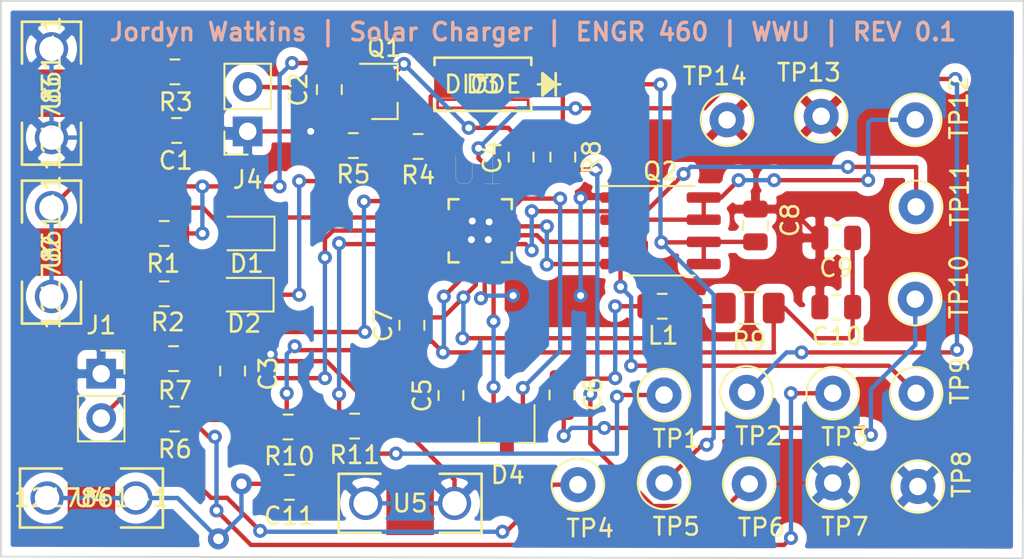
<source format=kicad_pcb>
(kicad_pcb (version 20171130) (host pcbnew "(5.1.5-0)")
  (layers (0 F.Cu signal) (31 B.Cu signal hide) (34 B.Paste user) (35 F.Paste user) (36 B.SilkS user) (37 F.SilkS user) (38 B.Mask user) (39 F.Mask user) (44 Edge.Cuts user))
  (net 0 "")
  (net 1 "Net-(C1-Pad1)")
  (net 2 MPPSET)
  (net 3 "Net-(C2-Pad1)")
  (net 4 "Net-(C3-Pad1)")
  (net 5 VCC)
  (net 6 REGN)
  (net 7 PH)
  (net 8 BTST)
  (net 9 SRN)
  (net 10 SRP)
  (net 11 ToHIDRV)
  (net 12 VFB)
  (net 13 STAT2)
  (net 14 "Net-(D1-Pad2)")
  (net 15 "Net-(D2-Pad2)")
  (net 16 STAT1)
  (net 17 "Net-(J1-Pad2)")
  (net 18 "Net-(J4-Pad2)")
  (net 19 HIDRV)
  (net 20 LODRV)
  (net 21 PGND)
  (net 22 "Net-(U2-Pad1)")
  (net 23 "Net-(U3-Pad1)")
  (net 24 "Net-(U4-Pad1)")
  (net 25 "Net-(U5-Pad1)")
  (module footprintsSpade:1217861-1 (layer F.Cu) (at 180.2892 102.8192 90)
    (fp_text reference U2 (at 0 0 90) (layer F.SilkS))
    (fp_text value 1217861-1 (at 0 0 90) (layer F.SilkS))
    (fp_text user * (at 0 0 90) (layer F.SilkS))
    (pad 3 thru_hole circle (at 2.54 0 90) (size 1.905 1.905) (drill 1.397) (layers *.Cu *.Mask) (net 3 "Net-(C2-Pad1)"))
    (pad 2 thru_hole circle (at -2.54 0 90) (size 1.905 1.905) (drill 1.397) (layers *.Cu *.Mask) (net 3 "Net-(C2-Pad1)"))
    (pad 1 smd rect (at 0 0 90) (size 2.7178 3.6322) (layers F.Cu F.Paste F.Mask) (net 22 "Net-(U2-Pad1)"))
  )
  (module footprintsSpade:1217861-1 (layer F.Cu) (at 180.2892 93.726 90)
    (fp_text reference U3 (at 0 0 90) (layer F.SilkS))
    (fp_text value 1217861-1 (at 0 0 90) (layer F.SilkS))
    (fp_text user * (at 0 0 90) (layer F.SilkS))
    (pad 3 thru_hole circle (at 2.54 0 90) (size 1.905 1.905) (drill 1.397) (layers *.Cu *.Mask) (net 21 PGND))
    (pad 2 thru_hole circle (at -2.54 0 90) (size 1.905 1.905) (drill 1.397) (layers *.Cu *.Mask) (net 21 PGND))
    (pad 1 smd rect (at 0 0 90) (size 2.7178 3.6322) (layers F.Cu F.Paste F.Mask) (net 23 "Net-(U3-Pad1)"))
  )
  (module footprintsSpade:1217861-1 (layer F.Cu) (at 200.8124 117.1956)
    (fp_text reference U5 (at 0 0) (layer F.SilkS))
    (fp_text value 1217861-1 hide)
    (pad 3 thru_hole circle (at 2.54 0) (size 1.905 1.905) (drill 1.397) (layers *.Cu *.Mask) (net 21 PGND))
    (pad 2 thru_hole circle (at -2.54 0) (size 1.905 1.905) (drill 1.397) (layers *.Cu *.Mask) (net 21 PGND))
    (pad 1 smd rect (at 0 0) (size 2.7178 3.6322) (layers F.Cu F.Paste F.Mask) (net 25 "Net-(U5-Pad1)"))
  )
  (module footprintsSpade:1217861-1 (layer F.Cu) (at 182.5752 116.8908)
    (fp_text reference U4 (at 0 0) (layer F.SilkS))
    (fp_text value 1217861-1 (at 0 0) (layer F.SilkS))
    (fp_text user * (at 0 0) (layer F.SilkS))
    (pad 3 thru_hole circle (at 2.54 0) (size 1.905 1.905) (drill 1.397) (layers *.Cu *.Mask) (net 9 SRN))
    (pad 2 thru_hole circle (at -2.54 0) (size 1.905 1.905) (drill 1.397) (layers *.Cu *.Mask) (net 9 SRN))
    (pad 1 smd rect (at 0 0) (size 2.7178 3.6322) (layers F.Cu F.Paste F.Mask) (net 24 "Net-(U4-Pad1)"))
  )
  (module Package_TO_SOT_SMD:SOT-23 (layer F.Cu) (at 206.3496 112.9792 270)
    (fp_text reference D4 (at 2.5908 -0.0508 180) (layer F.SilkS))
    (fp_text value D_Zener hide)
    (pad 3 smd rect (at 1 0 270) (size 0.9 0.8) (layers F.Cu F.Paste F.Mask))
    (pad 2 smd rect (at -1 0.95 270) (size 0.9 0.8) (layers F.Cu F.Paste F.Mask) (net 6 REGN))
    (pad 1 smd rect (at -1 -0.95 270) (size 0.9 0.8) (layers F.Cu F.Paste F.Mask) (net 8 BTST))
  )
  (module Capacitor_SMD:C_0805_2012Metric (layer F.Cu) (at 187.452 95.8596)
    (fp_text reference C1 (at -0.0508 1.7272) (layer F.SilkS))
    (fp_text value 2.2uF hide)
    (pad 1 smd roundrect (at -0.9375 0) (size 0.975 1.4) (layers F.Cu F.Paste F.Mask) (net 1 "Net-(C1-Pad1)"))
    (pad 2 smd roundrect (at 0.9375 0) (size 0.975 1.4) (layers F.Cu F.Paste F.Mask) (net 21 PGND))
  )
  (module Capacitor_SMD:C_0805_2012Metric (layer F.Cu) (at 196.1896 93.5228 270)
    (fp_text reference C2 (at 0 1.778 90) (layer F.SilkS))
    (fp_text value 22pF hide)
    (pad 2 smd roundrect (at 0.9375 0 270) (size 0.975 1.4) (layers F.Cu F.Paste F.Mask) (net 2 MPPSET))
    (pad 1 smd roundrect (at -0.9375 0 270) (size 0.975 1.4) (layers F.Cu F.Paste F.Mask) (net 3 "Net-(C2-Pad1)"))
  )
  (module Capacitor_SMD:C_0805_2012Metric (layer F.Cu) (at 190.6524 109.6264 90)
    (fp_text reference C3 (at -0.1524 2.032 90) (layer F.SilkS))
    (fp_text value 1uF)
    (pad 1 smd roundrect (at -0.9375 0 90) (size 0.975 1.4) (layers F.Cu F.Paste F.Mask) (net 4 "Net-(C3-Pad1)"))
    (pad 2 smd roundrect (at 0.9375 0 90) (size 0.975 1.4) (layers F.Cu F.Paste F.Mask) (net 21 PGND))
  )
  (module Capacitor_SMD:C_0805_2012Metric (layer F.Cu) (at 207.1624 97.3836 90)
    (fp_text reference C4 (at 0 -1.65 90) (layer F.SilkS))
    (fp_text value 1uF hide)
    (pad 1 smd roundrect (at -0.9375 0 90) (size 0.975 1.4) (layers F.Cu F.Paste F.Mask) (net 5 VCC))
    (pad 2 smd roundrect (at 0.9375 0 90) (size 0.975 1.4) (layers F.Cu F.Paste F.Mask) (net 21 PGND))
  )
  (module Capacitor_SMD:C_0805_2012Metric (layer F.Cu) (at 203.1492 111.0257 90)
    (fp_text reference C5 (at 0 -1.65 90) (layer F.SilkS))
    (fp_text value 1uF)
    (pad 2 smd roundrect (at 0.9375 0 90) (size 0.975 1.4) (layers F.Cu F.Paste F.Mask) (net 21 PGND))
    (pad 1 smd roundrect (at -0.9375 0 90) (size 0.975 1.4) (layers F.Cu F.Paste F.Mask) (net 6 REGN))
  )
  (module Capacitor_SMD:C_0805_2012Metric (layer F.Cu) (at 209.4992 110.998 90)
    (fp_text reference C6 (at 0.0508 1.778 90) (layer F.SilkS))
    (fp_text value 0.1uF)
    (pad 1 smd roundrect (at -0.9375 0 90) (size 0.975 1.4) (layers F.Cu F.Paste F.Mask) (net 8 BTST))
    (pad 2 smd roundrect (at 0.9375 0 90) (size 0.975 1.4) (layers F.Cu F.Paste F.Mask) (net 7 PH))
  )
  (module Capacitor_SMD:C_0805_2012Metric (layer F.Cu) (at 200.914 107.0079 90)
    (fp_text reference C7 (at 0 -1.65 90) (layer F.SilkS))
    (fp_text value 0.1uF hide)
    (pad 1 smd roundrect (at -0.9375 0 90) (size 0.975 1.4) (layers F.Cu F.Paste F.Mask) (net 9 SRN))
    (pad 2 smd roundrect (at 0.9375 0 90) (size 0.975 1.4) (layers F.Cu F.Paste F.Mask) (net 10 SRP))
  )
  (module Capacitor_SMD:C_0805_2012Metric (layer F.Cu) (at 220.5736 101.2952 90)
    (fp_text reference C8 (at 0.3048 1.9812 90) (layer F.SilkS))
    (fp_text value 10uF hide)
    (pad 2 smd roundrect (at 0.9375 0 90) (size 0.975 1.4) (layers F.Cu F.Paste F.Mask) (net 21 PGND))
    (pad 1 smd roundrect (at -0.9375 0 90) (size 0.975 1.4) (layers F.Cu F.Paste F.Mask) (net 11 ToHIDRV))
  )
  (module Capacitor_SMD:C_0805_2012Metric (layer F.Cu) (at 225.1964 102.0064)
    (fp_text reference C9 (at 0 1.7272) (layer F.SilkS))
    (fp_text value 2.2uF hide)
    (pad 1 smd roundrect (at -0.9375 0) (size 0.975 1.4) (layers F.Cu F.Paste F.Mask) (net 21 PGND))
    (pad 2 smd roundrect (at 0.9375 0) (size 0.975 1.4) (layers F.Cu F.Paste F.Mask) (net 9 SRN))
  )
  (module Capacitor_SMD:C_0805_2012Metric (layer F.Cu) (at 225.1964 105.9688)
    (fp_text reference C10 (at 0.0508 1.6764) (layer F.SilkS))
    (fp_text value 4.7uF hide)
    (pad 2 smd roundrect (at 0.9375 0) (size 0.975 1.4) (layers F.Cu F.Paste F.Mask) (net 9 SRN))
    (pad 1 smd roundrect (at -0.9375 0) (size 0.975 1.4) (layers F.Cu F.Paste F.Mask) (net 21 PGND))
  )
  (module Capacitor_SMD:C_0805_2012Metric (layer F.Cu) (at 193.9036 116.2812 180)
    (fp_text reference C11 (at 0 -1.65) (layer F.SilkS))
    (fp_text value 22pF)
    (pad 2 smd roundrect (at 0.9375 0 180) (size 0.975 1.4) (layers F.Cu F.Paste F.Mask) (net 9 SRN))
    (pad 1 smd roundrect (at -0.9375 0 180) (size 0.975 1.4) (layers F.Cu F.Paste F.Mask) (net 12 VFB))
  )
  (module Diode_SMD:D_0805_2012Metric (layer F.Cu) (at 191.3636 101.7524 180)
    (fp_text reference D1 (at -0.1016 -1.7272) (layer F.SilkS))
    (fp_text value LED)
    (pad 1 smd roundrect (at -0.9375 0 180) (size 0.975 1.4) (layers F.Cu F.Paste F.Mask) (net 13 STAT2))
    (pad 2 smd roundrect (at 0.9375 0 180) (size 0.975 1.4) (layers F.Cu F.Paste F.Mask) (net 14 "Net-(D1-Pad2)"))
  )
  (module Diode_SMD:D_0805_2012Metric (layer F.Cu) (at 191.3128 105.2576 180)
    (fp_text reference D2 (at 0 -1.65) (layer F.SilkS))
    (fp_text value LED)
    (pad 2 smd roundrect (at 0.9375 0 180) (size 0.975 1.4) (layers F.Cu F.Paste F.Mask) (net 15 "Net-(D2-Pad2)"))
    (pad 1 smd roundrect (at -0.9375 0 180) (size 0.975 1.4) (layers F.Cu F.Paste F.Mask) (net 16 STAT1))
  )
  (module footprintsDiode:CDBA140-G (layer F.Cu) (at 204.978 93.218 180)
    (fp_text reference D3 (at 0 0) (layer F.SilkS))
    (fp_text value DIODE (at 0 0) (layer F.SilkS))
    (fp_text user * (at 0 0) (layer F.SilkS))
    (fp_line (start -0.5588 -0.8763) (end 0.5588 -0.8763) (layer F.Cu) (width 0.1524))
    (fp_line (start 0.5588 -0.8763) (end 0.5588 0.8763) (layer F.Cu) (width 0.1524))
    (fp_line (start 0.5588 0.8763) (end -0.5588 0.8763) (layer F.Cu) (width 0.1524))
    (fp_line (start -0.5588 0.8763) (end -0.5588 -0.8763) (layer F.Cu) (width 0.1524))
    (fp_line (start -2.5908 -1.3462) (end 2.5908 -1.3462) (layer F.Cu) (width 0.1524))
    (fp_line (start 2.5908 -1.3462) (end 2.5908 -0.8763) (layer F.Cu) (width 0.1524))
    (fp_line (start 2.5908 -0.8763) (end -2.5908 -0.8763) (layer F.Cu) (width 0.1524))
    (fp_line (start -2.5908 -0.8763) (end -2.5908 -1.3462) (layer F.Cu) (width 0.1524))
    (fp_line (start -2.5908 0.8763) (end 2.5908 0.8763) (layer F.Cu) (width 0.1524))
    (fp_line (start 2.5908 0.8763) (end 2.5908 1.3462) (layer F.Cu) (width 0.1524))
    (fp_line (start 2.5908 1.3462) (end -2.5908 1.3462) (layer F.Cu) (width 0.1524))
    (fp_line (start -2.5908 1.3462) (end -2.5908 0.8763) (layer F.Cu) (width 0.1524))
    (pad 1 smd rect (at -1.7018 0 270) (size 1.5494 2.1844) (layers F.Cu F.Paste F.Mask) (net 11 ToHIDRV))
    (pad 2 smd rect (at 1.7018 0 270) (size 1.5494 2.1844) (layers F.Cu F.Paste F.Mask) (net 3 "Net-(C2-Pad1)"))
  )
  (module Connector_PinSocket_2.54mm:PinSocket_1x02_P2.54mm_Vertical (layer F.Cu) (at 183.134 109.7788)
    (fp_text reference J1 (at 0 -2.77) (layer F.SilkS))
    (fp_text value Conn_01x02_Female hide)
    (pad 2 thru_hole oval (at 0 2.54) (size 1.7 1.7) (drill 1) (layers *.Cu *.Mask) (net 17 "Net-(J1-Pad2)"))
    (pad 1 thru_hole rect (at 0 0) (size 1.7 1.7) (drill 1) (layers *.Cu *.Mask) (net 21 PGND))
  )
  (module Connector_PinSocket_2.54mm:PinSocket_1x02_P2.54mm_Vertical (layer F.Cu) (at 191.516 95.9104 180)
    (fp_text reference J4 (at 0 -2.77) (layer F.SilkS))
    (fp_text value Conn_01x02_Female hide)
    (pad 1 thru_hole rect (at 0 0 180) (size 1.7 1.7) (drill 1) (layers *.Cu *.Mask) (net 21 PGND))
    (pad 2 thru_hole oval (at 0 2.54 180) (size 1.7 1.7) (drill 1) (layers *.Cu *.Mask) (net 18 "Net-(J4-Pad2)"))
  )
  (module Inductor_SMD:L_0805_2012Metric (layer F.Cu) (at 215.2396 105.918)
    (fp_text reference L1 (at 0.0508 1.6764) (layer F.SilkS))
    (fp_text value 22uH hide)
    (pad 1 smd roundrect (at -0.9375 0) (size 0.975 1.4) (layers F.Cu F.Paste F.Mask) (net 7 PH))
    (pad 2 smd roundrect (at 0.9375 0) (size 0.975 1.4) (layers F.Cu F.Paste F.Mask) (net 10 SRP))
  )
  (module Package_TO_SOT_SMD:SOT-23 (layer F.Cu) (at 199.3392 93.6244)
    (fp_text reference Q1 (at 0 -2.5) (layer F.SilkS))
    (fp_text value 2N7002 hide)
    (pad 1 smd rect (at -1 -0.95) (size 0.9 0.8) (layers F.Cu F.Paste F.Mask) (net 18 "Net-(J4-Pad2)"))
    (pad 2 smd rect (at -1 0.95) (size 0.9 0.8) (layers F.Cu F.Paste F.Mask) (net 21 PGND))
    (pad 3 smd rect (at 1 0) (size 0.9 0.8) (layers F.Cu F.Paste F.Mask) (net 2 MPPSET))
  )
  (module Package_SO:SOIC-8_3.9x4.9mm_P1.27mm (layer F.Cu) (at 215.138 101.6)
    (fp_text reference Q2 (at 0 -3.4) (layer F.SilkS))
    (fp_text value SI7288DP-T1-GE3 hide)
    (pad 1 smd roundrect (at -2.475 -1.905) (size 1.95 0.6) (layers F.Cu F.Paste F.Mask) (net 21 PGND))
    (pad 2 smd roundrect (at -2.475 -0.635) (size 1.95 0.6) (layers F.Cu F.Paste F.Mask) (net 20 LODRV))
    (pad 3 smd roundrect (at -2.475 0.635) (size 1.95 0.6) (layers F.Cu F.Paste F.Mask) (net 7 PH))
    (pad 4 smd roundrect (at -2.475 1.905) (size 1.95 0.6) (layers F.Cu F.Paste F.Mask) (net 19 HIDRV))
    (pad 5 smd roundrect (at 2.475 1.905) (size 1.95 0.6) (layers F.Cu F.Paste F.Mask) (net 11 ToHIDRV))
    (pad 6 smd roundrect (at 2.475 0.635) (size 1.95 0.6) (layers F.Cu F.Paste F.Mask) (net 11 ToHIDRV))
    (pad 7 smd roundrect (at 2.475 -0.635) (size 1.95 0.6) (layers F.Cu F.Paste F.Mask) (net 7 PH))
    (pad 8 smd roundrect (at 2.475 -1.905) (size 1.95 0.6) (layers F.Cu F.Paste F.Mask) (net 7 PH))
  )
  (module Resistor_SMD:R_0805_2012Metric (layer F.Cu) (at 186.7408 101.7524)
    (fp_text reference R1 (at -0.0508 1.7272) (layer F.SilkS))
    (fp_text value 10k)
    (pad 2 smd roundrect (at 0.9375 0) (size 0.975 1.4) (layers F.Cu F.Paste F.Mask) (net 3 "Net-(C2-Pad1)"))
    (pad 1 smd roundrect (at -0.9375 0) (size 0.975 1.4) (layers F.Cu F.Paste F.Mask) (net 14 "Net-(D1-Pad2)"))
  )
  (module Resistor_SMD:R_0805_2012Metric (layer F.Cu) (at 186.7408 105.2068)
    (fp_text reference R2 (at 0.2032 1.6256) (layer F.SilkS))
    (fp_text value 10k)
    (pad 1 smd roundrect (at -0.9375 0) (size 0.975 1.4) (layers F.Cu F.Paste F.Mask) (net 15 "Net-(D2-Pad2)"))
    (pad 2 smd roundrect (at 0.9375 0) (size 0.975 1.4) (layers F.Cu F.Paste F.Mask) (net 3 "Net-(C2-Pad1)"))
  )
  (module Resistor_SMD:R_0805_2012Metric (layer F.Cu) (at 187.3504 92.5068)
    (fp_text reference R3 (at 0.0508 1.7272) (layer F.SilkS))
    (fp_text value 2 hide)
    (pad 2 smd roundrect (at 0.9375 0) (size 0.975 1.4) (layers F.Cu F.Paste F.Mask) (net 1 "Net-(C1-Pad1)"))
    (pad 1 smd roundrect (at -0.9375 0) (size 0.975 1.4) (layers F.Cu F.Paste F.Mask) (net 3 "Net-(C2-Pad1)"))
  )
  (module Resistor_SMD:R_0805_2012Metric (layer F.Cu) (at 201.2696 96.774 180)
    (fp_text reference R4 (at 0 -1.65) (layer F.SilkS))
    (fp_text value 499k hide)
    (pad 1 smd roundrect (at -0.9375 0 180) (size 0.975 1.4) (layers F.Cu F.Paste F.Mask) (net 3 "Net-(C2-Pad1)"))
    (pad 2 smd roundrect (at 0.9375 0 180) (size 0.975 1.4) (layers F.Cu F.Paste F.Mask) (net 2 MPPSET))
  )
  (module Resistor_SMD:R_0805_2012Metric (layer F.Cu) (at 197.5612 96.7232 180)
    (fp_text reference R5 (at 0 -1.65) (layer F.SilkS))
    (fp_text value 76k hide)
    (pad 1 smd roundrect (at -0.9375 0 180) (size 0.975 1.4) (layers F.Cu F.Paste F.Mask) (net 2 MPPSET))
    (pad 2 smd roundrect (at 0.9375 0 180) (size 0.975 1.4) (layers F.Cu F.Paste F.Mask) (net 21 PGND))
  )
  (module Resistor_SMD:R_0805_2012Metric (layer F.Cu) (at 187.3273 112.3696 180)
    (fp_text reference R6 (at -0.0231 -1.7272) (layer F.SilkS))
    (fp_text value 5.23k hide)
    (pad 2 smd roundrect (at 0.9375 0 180) (size 0.975 1.4) (layers F.Cu F.Paste F.Mask) (net 17 "Net-(J1-Pad2)"))
    (pad 1 smd roundrect (at -0.9375 0 180) (size 0.975 1.4) (layers F.Cu F.Paste F.Mask) (net 4 "Net-(C3-Pad1)"))
  )
  (module Resistor_SMD:R_0805_2012Metric (layer F.Cu) (at 187.2765 108.9152)
    (fp_text reference R7 (at 0.0739 1.8288) (layer F.SilkS))
    (fp_text value 30.1k)
    (pad 1 smd roundrect (at -0.9375 0) (size 0.975 1.4) (layers F.Cu F.Paste F.Mask) (net 17 "Net-(J1-Pad2)"))
    (pad 2 smd roundrect (at 0.9375 0) (size 0.975 1.4) (layers F.Cu F.Paste F.Mask) (net 21 PGND))
  )
  (module Resistor_SMD:R_0805_2012Metric (layer F.Cu) (at 209.55 97.3836 270)
    (fp_text reference R8 (at 0 -1.65 90) (layer F.SilkS))
    (fp_text value 10 hide)
    (pad 2 smd roundrect (at 0.9375 0 270) (size 0.975 1.4) (layers F.Cu F.Paste F.Mask) (net 5 VCC))
    (pad 1 smd roundrect (at -0.9375 0 270) (size 0.975 1.4) (layers F.Cu F.Paste F.Mask) (net 11 ToHIDRV))
  )
  (module Resistor_SMD:R_1206_3216Metric (layer F.Cu) (at 220.218 106.0196)
    (fp_text reference R9 (at 0 1.8796) (layer F.SilkS))
    (fp_text value "80m - sense res " hide)
    (pad 1 smd roundrect (at -1.4 0) (size 1.25 1.75) (layers F.Cu F.Paste F.Mask) (roundrect_rratio 0.2) (net 10 SRP))
    (pad 2 smd roundrect (at 1.4 0) (size 1.25 1.75) (layers F.Cu F.Paste F.Mask) (roundrect_rratio 0.2) (net 9 SRN))
  )
  (module Resistor_SMD:R_0805_2012Metric (layer F.Cu) (at 193.8297 112.8268 180)
    (fp_text reference R10 (at -0.0739 -1.6764) (layer F.SilkS))
    (fp_text value 300k hide)
    (pad 2 smd roundrect (at 0.9375 0 180) (size 0.975 1.4) (layers F.Cu F.Paste F.Mask) (net 9 SRN))
    (pad 1 smd roundrect (at -0.9375 0 180) (size 0.975 1.4) (layers F.Cu F.Paste F.Mask) (net 12 VFB))
  )
  (module Resistor_SMD:R_0805_2012Metric (layer F.Cu) (at 197.6397 112.776 180)
    (fp_text reference R11 (at 0 -1.65) (layer F.SilkS))
    (fp_text value 100k hide)
    (pad 1 smd roundrect (at -0.9375 0 180) (size 0.975 1.4) (layers F.Cu F.Paste F.Mask) (net 21 PGND))
    (pad 2 smd roundrect (at 0.9375 0 180) (size 0.975 1.4) (layers F.Cu F.Paste F.Mask) (net 12 VFB))
  )
  (module TestPoint:TestPoint_Loop_D1.80mm_Drill1.0mm_Beaded (layer F.Cu) (at 215.3412 110.998)
    (fp_text reference TP1 (at 0.7 2.5) (layer F.SilkS))
    (fp_text value TestPoint hide)
    (pad 1 thru_hole circle (at 0 0) (size 2 2) (drill 1) (layers *.Cu *.Mask) (net 12 VFB))
  )
  (module TestPoint:TestPoint_Loop_D1.80mm_Drill1.0mm_Beaded (layer F.Cu) (at 220.0656 110.8456)
    (fp_text reference TP2 (at 0.7 2.5) (layer F.SilkS))
    (fp_text value TestPoint hide)
    (pad 1 thru_hole circle (at 0 0) (size 2 2) (drill 1) (layers *.Cu *.Mask) (net 2 MPPSET))
  )
  (module TestPoint:TestPoint_Loop_D1.80mm_Drill1.0mm_Beaded (layer F.Cu) (at 224.9932 110.8964)
    (fp_text reference TP3 (at 0.7 2.5) (layer F.SilkS))
    (fp_text value TestPoint hide)
    (pad 1 thru_hole circle (at 0 0) (size 2 2) (drill 1) (layers *.Cu *.Mask) (net 4 "Net-(C3-Pad1)"))
  )
  (module TestPoint:TestPoint_Loop_D1.80mm_Drill1.0mm_Beaded (layer F.Cu) (at 210.4136 116.1288)
    (fp_text reference TP4 (at 0.7 2.5) (layer F.SilkS))
    (fp_text value TestPoint hide)
    (pad 1 thru_hole circle (at 0 0) (size 2 2) (drill 1) (layers *.Cu *.Mask) (net 17 "Net-(J1-Pad2)"))
  )
  (module TestPoint:TestPoint_Loop_D1.80mm_Drill1.0mm_Beaded (layer F.Cu) (at 215.3412 116.0272)
    (fp_text reference TP5 (at 0.7 2.5) (layer F.SilkS))
    (fp_text value TestPoint hide)
    (pad 1 thru_hole circle (at 0 0) (size 2 2) (drill 1) (layers *.Cu *.Mask) (net 11 ToHIDRV))
  )
  (module TestPoint:TestPoint_Loop_D1.80mm_Drill1.0mm_Beaded (layer F.Cu) (at 220.218 116.078)
    (fp_text reference TP6 (at 0.7 2.5) (layer F.SilkS))
    (fp_text value TestPoint hide)
    (pad 1 thru_hole circle (at 0 0) (size 2 2) (drill 1) (layers *.Cu *.Mask) (net 5 VCC))
  )
  (module TestPoint:TestPoint_Loop_D1.80mm_Drill1.0mm_Beaded (layer F.Cu) (at 224.9932 116.0272)
    (fp_text reference TP7 (at 0.7 2.5) (layer F.SilkS))
    (fp_text value TestPoint hide)
    (pad 1 thru_hole circle (at 0 0) (size 2 2) (drill 1) (layers *.Cu *.Mask) (net 21 PGND))
  )
  (module TestPoint:TestPoint_Loop_D1.80mm_Drill1.0mm_Beaded (layer F.Cu) (at 229.87 116.2304 90)
    (fp_text reference TP8 (at 0.7 2.5 90) (layer F.SilkS))
    (fp_text value TestPoint hide)
    (pad 1 thru_hole circle (at 0 0 90) (size 2 2) (drill 1) (layers *.Cu *.Mask) (net 21 PGND))
  )
  (module TestPoint:TestPoint_Loop_D1.80mm_Drill1.0mm_Beaded (layer F.Cu) (at 229.7684 110.8964 90)
    (fp_text reference TP9 (at 0.7 2.5 90) (layer F.SilkS))
    (fp_text value TestPoint hide)
    (pad 1 thru_hole circle (at 0 0 90) (size 2 2) (drill 1) (layers *.Cu *.Mask) (net 19 HIDRV))
  )
  (module TestPoint:TestPoint_Loop_D1.80mm_Drill1.0mm_Beaded (layer F.Cu) (at 229.7176 105.5116 90)
    (fp_text reference TP10 (at 0.7 2.5 90) (layer F.SilkS))
    (fp_text value TestPoint hide)
    (pad 1 thru_hole circle (at 0 0 90) (size 2 2) (drill 1) (layers *.Cu *.Mask) (net 8 BTST))
  )
  (module TestPoint:TestPoint_Loop_D1.80mm_Drill1.0mm_Beaded (layer F.Cu) (at 229.7684 100.2284 90)
    (fp_text reference TP11 (at 0.7 2.5 90) (layer F.SilkS))
    (fp_text value TestPoint hide)
    (pad 1 thru_hole circle (at 0 0 90) (size 2 2) (drill 1) (layers *.Cu *.Mask) (net 20 LODRV))
  )
  (module TestPoint:TestPoint_Loop_D1.80mm_Drill1.0mm_Beaded (layer F.Cu) (at 229.7176 95.25 90)
    (fp_text reference TP12 (at 0.7 2.5 90) (layer F.SilkS))
    (fp_text value TestPoint hide)
    (pad 1 thru_hole circle (at 0 0 90) (size 2 2) (drill 1) (layers *.Cu *.Mask) (net 7 PH))
  )
  (module TestPoint:TestPoint_Loop_D1.80mm_Drill1.0mm_Beaded (layer F.Cu) (at 224.3328 95.0468 180)
    (fp_text reference TP13 (at 0.7 2.5) (layer F.SilkS))
    (fp_text value TestPoint hide)
    (pad 1 thru_hole circle (at 0 0 180) (size 2 2) (drill 1) (layers *.Cu *.Mask) (net 21 PGND))
  )
  (module TestPoint:TestPoint_Loop_D1.80mm_Drill1.0mm_Beaded (layer F.Cu) (at 218.948 95.25 180)
    (fp_text reference TP14 (at 0.7 2.5) (layer F.SilkS))
    (fp_text value TestPoint hide)
    (pad 1 thru_hole circle (at 0 0 180) (size 2 2) (drill 1) (layers *.Cu *.Mask) (net 21 PGND))
  )
  (module BQ24650:QFN50P350X350X100-17N (layer F.Cu) (at 204.8256 101.6 270)
    (fp_text reference U1 (at -3.4544 0.1524 180) (layer F.SilkS) (effects (font (size 1.640756 1.640756) (thickness 0.015))))
    (fp_text value BQ24650RVAT hide)
    (pad 1 smd rect (at -1.7018 -0.762 270) (size 0.8128 0.3048) (layers F.Cu F.Paste F.Mask) (net 5 VCC))
    (pad 2 smd rect (at -1.7018 -0.254 270) (size 0.8128 0.3048) (layers F.Cu F.Paste F.Mask) (net 2 MPPSET))
    (pad 3 smd rect (at -1.7018 0.254 270) (size 0.8128 0.3048) (layers F.Cu F.Paste F.Mask) (net 16 STAT1))
    (pad 4 smd rect (at -1.7018 0.762 270) (size 0.8128 0.3048) (layers F.Cu F.Paste F.Mask) (net 17 "Net-(J1-Pad2)"))
    (pad 5 smd rect (at -0.762 1.7018 270) (size 0.3048 0.8128) (layers F.Cu F.Paste F.Mask) (net 13 STAT2))
    (pad 6 smd rect (at -0.254 1.7018 270) (size 0.3048 0.8128) (layers F.Cu F.Paste F.Mask) (net 4 "Net-(C3-Pad1)"))
    (pad 7 smd rect (at 0.254 1.7018 270) (size 0.3048 0.8128) (layers F.Cu F.Paste F.Mask) (net 4 "Net-(C3-Pad1)"))
    (pad 8 smd rect (at 0.762 1.7018 270) (size 0.3048 0.8128) (layers F.Cu F.Paste F.Mask) (net 12 VFB))
    (pad 9 smd rect (at 1.7018 0.762 270) (size 0.8128 0.3048) (layers F.Cu F.Paste F.Mask) (net 9 SRN))
    (pad 10 smd rect (at 1.7018 0.254 270) (size 0.8128 0.3048) (layers F.Cu F.Paste F.Mask) (net 10 SRP))
    (pad 11 smd rect (at 1.7018 -0.254 270) (size 0.8128 0.3048) (layers F.Cu F.Paste F.Mask) (net 21 PGND))
    (pad 12 smd rect (at 1.7018 -0.762 270) (size 0.8128 0.3048) (layers F.Cu F.Paste F.Mask) (net 6 REGN))
    (pad 13 smd rect (at 0.762 -1.7018 270) (size 0.3048 0.8128) (layers F.Cu F.Paste F.Mask) (net 20 LODRV))
    (pad 14 smd rect (at 0.254 -1.7018 270) (size 0.3048 0.8128) (layers F.Cu F.Paste F.Mask) (net 7 PH))
    (pad 15 smd rect (at -0.254 -1.7018 270) (size 0.3048 0.8128) (layers F.Cu F.Paste F.Mask) (net 19 HIDRV))
    (pad 16 smd rect (at -0.762 -1.7018 270) (size 0.3048 0.8128) (layers F.Cu F.Paste F.Mask) (net 8 BTST))
    (pad 17 smd rect (at 0 0 270) (size 2.032 2.032) (layers F.Cu F.Paste F.Mask) (net 21 PGND))
  )
  (gr_text "Jordyn Watkins | Solar Charger | ENGR 460 | WWU | REV 0.1 " (at 208.2292 90.2208) (layer B.SilkS) (effects (font (size 1 1) (thickness 0.2))))
  (gr_line (start 235.9152 88.4428) (end 235.8644 120.3452) (layer Edge.Cuts) (width 0.1))
  (gr_line (start 177.3936 88.4428) (end 235.9152 88.4428) (layer Edge.Cuts) (width 0.1))
  (gr_line (start 177.3936 120.2436) (end 177.3936 88.4428) (layer Edge.Cuts) (width 0.1))
  (gr_line (start 235.8644 120.3452) (end 177.3936 120.2436) (layer Edge.Cuts) (width 0.1))
  (segment (start 186.5145 94.2802) (end 186.5145 95.8596) (width 0.25) (layer F.Cu) (net 1))
  (segment (start 188.2879 92.5068) (end 186.5145 94.2802) (width 0.25) (layer F.Cu) (net 1))
  (segment (start 200.3392 96.7669) (end 200.3321 96.774) (width 0.25) (layer F.Cu) (net 2))
  (segment (start 200.3392 93.6244) (end 200.3392 96.7669) (width 0.25) (layer F.Cu) (net 2))
  (segment (start 200.2813 96.7232) (end 200.3321 96.774) (width 0.25) (layer F.Cu) (net 2))
  (segment (start 198.4987 96.7232) (end 200.2813 96.7232) (width 0.25) (layer F.Cu) (net 2))
  (segment (start 200.3321 96.774) (end 200.3321 98.2749) (width 0.25) (layer F.Cu) (net 2))
  (segment (start 200.3321 98.2749) (end 200.3552 98.298) (width 0.25) (layer F.Cu) (net 2))
  (segment (start 200.3552 98.298) (end 205.0796 98.298) (width 0.25) (layer F.Cu) (net 2))
  (segment (start 205.0796 99.2124) (end 205.0796 99.8982) (width 0.25) (layer F.Cu) (net 2))
  (segment (start 205.0796 98.298) (end 205.0796 99.2124) (width 0.25) (layer F.Cu) (net 2))
  (segment (start 198.4525 96.7232) (end 198.4987 96.7232) (width 0.25) (layer F.Cu) (net 2))
  (segment (start 196.1896 94.4603) (end 198.4525 96.7232) (width 0.25) (layer F.Cu) (net 2))
  (via (at 223.2152 108.5596) (size 0.8) (drill 0.4) (layers F.Cu B.Cu) (net 2))
  (segment (start 222.3516 108.5596) (end 223.2152 108.5596) (width 0.25) (layer B.Cu) (net 2))
  (segment (start 220.0656 110.8456) (end 222.3516 108.5596) (width 0.25) (layer B.Cu) (net 2))
  (via (at 232.1052 108.4072) (size 0.8) (drill 0.4) (layers F.Cu B.Cu) (net 2))
  (segment (start 231.9528 108.5596) (end 232.1052 108.4072) (width 0.25) (layer F.Cu) (net 2))
  (segment (start 223.2152 108.5596) (end 231.9528 108.5596) (width 0.25) (layer F.Cu) (net 2))
  (segment (start 232.1052 93.0148) (end 232.0036 92.9132) (width 0.25) (layer B.Cu) (net 2))
  (via (at 232.0036 92.9132) (size 0.8) (drill 0.4) (layers F.Cu B.Cu) (net 2))
  (segment (start 232.1052 108.4072) (end 232.1052 93.0148) (width 0.25) (layer B.Cu) (net 2))
  (segment (start 217.647398 94.5896) (end 210.275 94.5896) (width 0.25) (layer F.Cu) (net 2))
  (segment (start 219.323798 92.9132) (end 217.647398 94.5896) (width 0.25) (layer F.Cu) (net 2))
  (via (at 210.275 94.5896) (size 0.8) (drill 0.4) (layers F.Cu B.Cu) (net 2))
  (segment (start 232.0036 92.9132) (end 219.323798 92.9132) (width 0.25) (layer F.Cu) (net 2))
  (via (at 204.724 96.8756) (size 0.8) (drill 0.4) (layers F.Cu B.Cu) (net 2))
  (segment (start 207.01 94.5896) (end 204.724 96.8756) (width 0.25) (layer B.Cu) (net 2))
  (segment (start 210.275 94.5896) (end 207.01 94.5896) (width 0.25) (layer B.Cu) (net 2))
  (segment (start 205.0796 97.796885) (end 205.0796 98.298) (width 0.25) (layer F.Cu) (net 2))
  (segment (start 204.724 97.441285) (end 205.0796 97.796885) (width 0.25) (layer F.Cu) (net 2))
  (segment (start 204.724 96.8756) (end 204.724 97.441285) (width 0.25) (layer F.Cu) (net 2))
  (segment (start 187.6783 101.7524) (end 187.6783 105.2068) (width 0.25) (layer F.Cu) (net 3))
  (segment (start 186.4129 92.5068) (end 185.5493 93.3704) (width 0.25) (layer F.Cu) (net 3))
  (via (at 188.9252 101.7524) (size 0.8) (drill 0.4) (layers F.Cu B.Cu) (net 3))
  (segment (start 187.6783 101.7524) (end 188.9252 101.7524) (width 0.25) (layer F.Cu) (net 3))
  (via (at 188.9252 99.06) (size 0.8) (drill 0.4) (layers F.Cu B.Cu) (net 3))
  (segment (start 188.9252 101.7524) (end 188.9252 99.06) (width 0.25) (layer B.Cu) (net 3))
  (segment (start 188.9252 99.06) (end 185.42 99.06) (width 0.25) (layer F.Cu) (net 3))
  (segment (start 185.42 93.4212) (end 185.3692 93.3704) (width 0.25) (layer F.Cu) (net 3))
  (segment (start 185.42 99.06) (end 185.42 93.4212) (width 0.25) (layer F.Cu) (net 3))
  (segment (start 185.3692 93.3704) (end 183.1848 93.3704) (width 0.25) (layer F.Cu) (net 3))
  (segment (start 185.5493 93.3704) (end 185.3692 93.3704) (width 0.25) (layer F.Cu) (net 3))
  (segment (start 196.1896 92.5853) (end 196.1896 91.7448) (width 0.25) (layer F.Cu) (net 3))
  (segment (start 196.1896 91.7448) (end 196.6976 91.2368) (width 0.25) (layer F.Cu) (net 3))
  (segment (start 196.6976 91.2368) (end 201.5236 91.2368) (width 0.25) (layer F.Cu) (net 3))
  (via (at 193.3448 99.06) (size 0.8) (drill 0.4) (layers F.Cu B.Cu) (net 3))
  (segment (start 188.9252 99.06) (end 193.3448 99.06) (width 0.25) (layer F.Cu) (net 3))
  (via (at 194.056 91.9988) (size 0.8) (drill 0.4) (layers F.Cu B.Cu) (net 3))
  (segment (start 193.3448 92.71) (end 194.056 91.9988) (width 0.25) (layer B.Cu) (net 3))
  (segment (start 193.3448 99.06) (end 193.3448 92.71) (width 0.25) (layer B.Cu) (net 3))
  (segment (start 195.6031 91.9988) (end 196.1896 92.5853) (width 0.25) (layer F.Cu) (net 3))
  (segment (start 194.056 91.9988) (end 195.6031 91.9988) (width 0.25) (layer F.Cu) (net 3))
  (segment (start 183.1848 97.3836) (end 180.2892 100.2792) (width 0.25) (layer F.Cu) (net 3))
  (segment (start 183.1848 93.3704) (end 183.1848 97.3836) (width 0.25) (layer F.Cu) (net 3))
  (segment (start 180.2892 101.626238) (end 180.2892 105.3592) (width 0.25) (layer B.Cu) (net 3))
  (segment (start 180.2892 100.2792) (end 180.2892 101.626238) (width 0.25) (layer B.Cu) (net 3))
  (segment (start 202.2071 96.074) (end 202.2071 96.774) (width 0.25) (layer F.Cu) (net 3))
  (segment (start 202.2071 95.59192) (end 202.2071 96.074) (width 0.25) (layer F.Cu) (net 3))
  (segment (start 201.98599 95.37081) (end 202.2071 95.59192) (width 0.25) (layer F.Cu) (net 3))
  (segment (start 201.98599 93.928114) (end 201.98599 95.37081) (width 0.25) (layer F.Cu) (net 3))
  (segment (start 202.696104 93.218) (end 201.98599 93.928114) (width 0.25) (layer F.Cu) (net 3))
  (segment (start 203.2762 93.218) (end 202.696104 93.218) (width 0.25) (layer F.Cu) (net 3))
  (segment (start 201.5236 92.045496) (end 202.696104 93.218) (width 0.25) (layer F.Cu) (net 3))
  (segment (start 201.5236 91.2368) (end 201.5236 92.045496) (width 0.25) (layer F.Cu) (net 3))
  (segment (start 188.7523 112.3696) (end 188.8031 112.4204) (width 0.25) (layer F.Cu) (net 4))
  (segment (start 188.2648 112.3696) (end 188.7523 112.3696) (width 0.25) (layer F.Cu) (net 4))
  (segment (start 188.8031 112.4204) (end 190.6016 112.4204) (width 0.25) (layer F.Cu) (net 4))
  (segment (start 190.6524 112.3696) (end 190.6524 110.5639) (width 0.25) (layer F.Cu) (net 4))
  (segment (start 190.6016 112.4204) (end 190.6524 112.3696) (width 0.25) (layer F.Cu) (net 4))
  (segment (start 196.400399 101.586199) (end 195.9356 102.050998) (width 0.25) (layer F.Cu) (net 4))
  (segment (start 202.199599 101.586199) (end 196.400399 101.586199) (width 0.25) (layer F.Cu) (net 4))
  (segment (start 195.9356 102.050998) (end 195.9356 103.124) (width 0.25) (layer F.Cu) (net 4))
  (via (at 195.9356 103.124) (size 0.8) (drill 0.4) (layers F.Cu B.Cu) (net 4))
  (segment (start 202.4674 101.854) (end 202.199599 101.586199) (width 0.25) (layer F.Cu) (net 4))
  (segment (start 203.1238 101.854) (end 202.4674 101.854) (width 0.25) (layer F.Cu) (net 4))
  (via (at 195.9356 110.0328) (size 0.8) (drill 0.4) (layers F.Cu B.Cu) (net 4))
  (segment (start 195.9356 103.124) (end 195.9356 110.0328) (width 0.25) (layer B.Cu) (net 4))
  (segment (start 191.1835 110.0328) (end 190.6524 110.5639) (width 0.25) (layer F.Cu) (net 4))
  (segment (start 195.9356 110.0328) (end 191.1835 110.0328) (width 0.25) (layer F.Cu) (net 4))
  (segment (start 203.1238 101.346) (end 203.1238 101.854) (width 0.25) (layer F.Cu) (net 4))
  (via (at 222.6056 110.8964) (size 0.8) (drill 0.4) (layers F.Cu B.Cu) (net 4))
  (segment (start 224.9932 110.8964) (end 222.6056 110.8964) (width 0.25) (layer F.Cu) (net 4))
  (via (at 222.6056 119.1768) (size 0.8) (drill 0.4) (layers F.Cu B.Cu) (net 4))
  (segment (start 222.6056 110.8964) (end 222.6056 119.1768) (width 0.25) (layer B.Cu) (net 4))
  (via (at 189.733347 117.606653) (size 0.8) (drill 0.4) (layers F.Cu B.Cu) (net 4))
  (segment (start 191.703493 119.576799) (end 189.733347 117.606653) (width 0.25) (layer F.Cu) (net 4))
  (segment (start 222.205601 119.576799) (end 191.703493 119.576799) (width 0.25) (layer F.Cu) (net 4))
  (segment (start 222.6056 119.1768) (end 222.205601 119.576799) (width 0.25) (layer F.Cu) (net 4))
  (via (at 189.6364 113.3856) (size 0.8) (drill 0.4) (layers F.Cu B.Cu) (net 4))
  (segment (start 189.733347 113.482547) (end 189.6364 113.3856) (width 0.25) (layer B.Cu) (net 4))
  (segment (start 189.733347 117.606653) (end 189.733347 113.482547) (width 0.25) (layer B.Cu) (net 4))
  (segment (start 189.2808 113.3856) (end 188.2648 112.3696) (width 0.25) (layer F.Cu) (net 4))
  (segment (start 189.6364 113.3856) (end 189.2808 113.3856) (width 0.25) (layer F.Cu) (net 4))
  (segment (start 207.1624 98.3234) (end 205.5876 99.8982) (width 0.25) (layer F.Cu) (net 5))
  (segment (start 207.1624 98.3211) (end 207.1624 98.3234) (width 0.25) (layer F.Cu) (net 5))
  (segment (start 207.1624 98.3211) (end 209.55 98.3211) (width 0.25) (layer F.Cu) (net 5))
  (segment (start 211.1248 113.771802) (end 211.1248 110.9472) (width 0.25) (layer F.Cu) (net 5))
  (via (at 211.1248 110.9472) (size 0.8) (drill 0.4) (layers F.Cu B.Cu) (net 5))
  (segment (start 214.705199 117.352201) (end 211.1248 113.771802) (width 0.25) (layer F.Cu) (net 5))
  (segment (start 218.943799 117.352201) (end 214.705199 117.352201) (width 0.25) (layer F.Cu) (net 5))
  (segment (start 220.218 116.078) (end 218.943799 117.352201) (width 0.25) (layer F.Cu) (net 5))
  (via (at 211.4296 98.0948) (size 0.8) (drill 0.4) (layers F.Cu B.Cu) (net 5))
  (segment (start 211.524799 98.189999) (end 211.4296 98.0948) (width 0.25) (layer B.Cu) (net 5))
  (segment (start 211.524799 110.547201) (end 211.524799 98.189999) (width 0.25) (layer B.Cu) (net 5))
  (segment (start 211.1248 110.9472) (end 211.524799 110.547201) (width 0.25) (layer B.Cu) (net 5))
  (segment (start 209.7763 98.0948) (end 209.55 98.3211) (width 0.25) (layer F.Cu) (net 5))
  (segment (start 211.4296 98.0948) (end 209.7763 98.0948) (width 0.25) (layer F.Cu) (net 5))
  (segment (start 203.1652 111.9792) (end 203.1492 111.9632) (width 0.25) (layer F.Cu) (net 6))
  (segment (start 205.3996 111.9792) (end 203.1652 111.9792) (width 0.25) (layer F.Cu) (net 6))
  (via (at 205.5876 106.7816) (size 0.8) (drill 0.4) (layers F.Cu B.Cu) (net 6))
  (segment (start 205.5876 103.3018) (end 205.5876 106.7816) (width 0.25) (layer F.Cu) (net 6))
  (via (at 205.5876 110.5408) (size 0.8) (drill 0.4) (layers F.Cu B.Cu) (net 6))
  (segment (start 205.5876 106.7816) (end 205.5876 110.5408) (width 0.25) (layer B.Cu) (net 6))
  (segment (start 205.5876 111.7912) (end 205.3996 111.9792) (width 0.25) (layer F.Cu) (net 6))
  (segment (start 205.5876 110.5408) (end 205.5876 111.7912) (width 0.25) (layer F.Cu) (net 6))
  (segment (start 217.613 99.695) (end 217.613 100.965) (width 0.25) (layer F.Cu) (net 7))
  (segment (start 212.663 102.235) (end 213.3346 102.235) (width 0.25) (layer F.Cu) (net 7))
  (segment (start 213.3346 102.235) (end 213.36 102.2096) (width 0.25) (layer F.Cu) (net 7))
  (segment (start 213.36 102.2096) (end 214.2236 102.2096) (width 0.25) (layer F.Cu) (net 7))
  (segment (start 214.3021 102.2881) (end 214.3021 105.918) (width 0.25) (layer F.Cu) (net 7))
  (segment (start 214.2236 102.2096) (end 214.3021 102.2881) (width 0.25) (layer F.Cu) (net 7))
  (segment (start 217.613 100.965) (end 214.2998 100.965) (width 0.25) (layer F.Cu) (net 7))
  (segment (start 214.2236 101.0412) (end 214.2236 102.2096) (width 0.25) (layer F.Cu) (net 7))
  (segment (start 214.2998 100.965) (end 214.2236 101.0412) (width 0.25) (layer F.Cu) (net 7))
  (segment (start 211.688 102.235) (end 212.663 102.235) (width 0.25) (layer F.Cu) (net 7))
  (segment (start 208.070598 101.854) (end 208.451598 102.235) (width 0.25) (layer F.Cu) (net 7))
  (segment (start 208.451598 102.235) (end 211.688 102.235) (width 0.25) (layer F.Cu) (net 7))
  (segment (start 206.5274 101.854) (end 208.070598 101.854) (width 0.25) (layer F.Cu) (net 7))
  (via (at 212.5472 110.0328) (size 0.8) (drill 0.4) (layers F.Cu B.Cu) (net 7))
  (segment (start 212.5195 110.0605) (end 212.5472 110.0328) (width 0.25) (layer F.Cu) (net 7))
  (segment (start 209.4992 110.0605) (end 212.5195 110.0605) (width 0.25) (layer F.Cu) (net 7))
  (via (at 212.5472 105.918) (size 0.8) (drill 0.4) (layers F.Cu B.Cu) (net 7))
  (segment (start 212.5472 110.0328) (end 212.5472 105.918) (width 0.25) (layer B.Cu) (net 7))
  (segment (start 212.5472 105.918) (end 214.3021 105.918) (width 0.25) (layer F.Cu) (net 7))
  (via (at 219.6084 98.7044) (size 0.8) (drill 0.4) (layers F.Cu B.Cu) (net 7))
  (segment (start 218.6178 99.695) (end 219.6084 98.7044) (width 0.25) (layer F.Cu) (net 7))
  (segment (start 217.613 99.695) (end 218.6178 99.695) (width 0.25) (layer F.Cu) (net 7))
  (via (at 221.6404 98.7044) (size 0.8) (drill 0.4) (layers F.Cu B.Cu) (net 7))
  (segment (start 219.6084 98.7044) (end 221.6404 98.7044) (width 0.25) (layer B.Cu) (net 7))
  (via (at 227.0252 98.7044) (size 0.8) (drill 0.4) (layers F.Cu B.Cu) (net 7))
  (segment (start 221.6404 98.7044) (end 227.0252 98.7044) (width 0.25) (layer F.Cu) (net 7))
  (segment (start 227.0252 98.7044) (end 227.0252 95.4024) (width 0.25) (layer B.Cu) (net 7))
  (segment (start 227.1776 95.25) (end 229.7176 95.25) (width 0.25) (layer B.Cu) (net 7))
  (segment (start 227.0252 95.4024) (end 227.1776 95.25) (width 0.25) (layer B.Cu) (net 7))
  (segment (start 209.4555 111.9792) (end 209.4992 111.9355) (width 0.25) (layer F.Cu) (net 8))
  (segment (start 207.2996 111.9792) (end 209.4555 111.9792) (width 0.25) (layer F.Cu) (net 8))
  (via (at 209.3976 99.7574) (size 0.8) (drill 0.4) (layers F.Cu B.Cu) (net 8))
  (segment (start 207.2056 99.7574) (end 209.3976 99.7574) (width 0.25) (layer F.Cu) (net 8))
  (segment (start 206.5274 100.4356) (end 207.2056 99.7574) (width 0.25) (layer F.Cu) (net 8))
  (segment (start 206.5274 100.838) (end 206.5274 100.4356) (width 0.25) (layer F.Cu) (net 8))
  (via (at 207.264 110.5916) (size 0.8) (drill 0.4) (layers F.Cu B.Cu) (net 8))
  (segment (start 209.3976 108.458) (end 207.264 110.5916) (width 0.25) (layer B.Cu) (net 8))
  (segment (start 209.3976 99.7574) (end 209.3976 108.458) (width 0.25) (layer B.Cu) (net 8))
  (segment (start 207.264 111.9436) (end 207.2996 111.9792) (width 0.25) (layer F.Cu) (net 8))
  (segment (start 207.264 110.5916) (end 207.264 111.9436) (width 0.25) (layer F.Cu) (net 8))
  (segment (start 229.7176 108.133002) (end 227.1776 110.673002) (width 0.25) (layer B.Cu) (net 8))
  (segment (start 229.7176 105.5116) (end 229.7176 108.133002) (width 0.25) (layer B.Cu) (net 8))
  (segment (start 227.1776 110.673002) (end 227.1776 113.284) (width 0.25) (layer B.Cu) (net 8))
  (via (at 227.1776 113.284) (size 0.8) (drill 0.4) (layers F.Cu B.Cu) (net 8))
  (via (at 211.9238 112.8776) (size 0.8) (drill 0.4) (layers F.Cu B.Cu) (net 8))
  (segment (start 226.7712 112.8776) (end 211.9238 112.8776) (width 0.25) (layer F.Cu) (net 8))
  (segment (start 227.1776 113.284) (end 226.7712 112.8776) (width 0.25) (layer F.Cu) (net 8))
  (via (at 209.6008 113.3348) (size 0.8) (drill 0.4) (layers F.Cu B.Cu) (net 8))
  (segment (start 210.058 112.8776) (end 209.6008 113.3348) (width 0.25) (layer B.Cu) (net 8))
  (segment (start 211.9238 112.8776) (end 210.058 112.8776) (width 0.25) (layer B.Cu) (net 8))
  (segment (start 209.6008 112.0371) (end 209.4992 111.9355) (width 0.25) (layer F.Cu) (net 8))
  (segment (start 209.6008 113.3348) (end 209.6008 112.0371) (width 0.25) (layer F.Cu) (net 8))
  (segment (start 226.1339 102.7064) (end 226.1339 105.9688) (width 0.25) (layer F.Cu) (net 9))
  (segment (start 226.1339 102.0064) (end 226.1339 102.7064) (width 0.25) (layer F.Cu) (net 9))
  (segment (start 226.0092 107.7468) (end 226.1339 107.6221) (width 0.25) (layer F.Cu) (net 9))
  (segment (start 223.9702 107.7468) (end 226.0092 107.7468) (width 0.25) (layer F.Cu) (net 9))
  (segment (start 222.243 106.0196) (end 223.9702 107.7468) (width 0.25) (layer F.Cu) (net 9))
  (segment (start 226.1339 107.6221) (end 226.1339 105.9688) (width 0.25) (layer F.Cu) (net 9))
  (segment (start 221.618 106.0196) (end 222.243 106.0196) (width 0.25) (layer F.Cu) (net 9))
  (via (at 202.7428 105.3592) (size 0.8) (drill 0.4) (layers F.Cu B.Cu) (net 9))
  (segment (start 204.0636 104.0384) (end 202.7428 105.3592) (width 0.25) (layer F.Cu) (net 9))
  (segment (start 204.0636 103.3018) (end 204.0636 104.0384) (width 0.25) (layer F.Cu) (net 9))
  (via (at 202.692 108.5596) (size 0.8) (drill 0.4) (layers F.Cu B.Cu) (net 9))
  (segment (start 202.7428 108.5088) (end 202.692 108.5596) (width 0.25) (layer B.Cu) (net 9))
  (segment (start 202.7428 105.3592) (end 202.7428 108.5088) (width 0.25) (layer B.Cu) (net 9))
  (segment (start 202.692 108.5596) (end 221.6404 108.5596) (width 0.25) (layer F.Cu) (net 9))
  (segment (start 221.618 108.5372) (end 221.618 106.0196) (width 0.25) (layer F.Cu) (net 9))
  (segment (start 221.6404 108.5596) (end 221.618 108.5372) (width 0.25) (layer F.Cu) (net 9))
  (segment (start 202.0778 107.9454) (end 202.692 108.5596) (width 0.25) (layer F.Cu) (net 9))
  (segment (start 200.914 107.9454) (end 202.0778 107.9454) (width 0.25) (layer F.Cu) (net 9))
  (segment (start 192.8922 116.2073) (end 192.9661 116.2812) (width 0.25) (layer F.Cu) (net 9))
  (segment (start 192.8922 112.8268) (end 192.8922 116.2073) (width 0.25) (layer F.Cu) (net 9))
  (segment (start 194.435327 108.430927) (end 194.2084 108.204) (width 0.25) (layer F.Cu) (net 9))
  (segment (start 200.428473 108.430927) (end 194.435327 108.430927) (width 0.25) (layer F.Cu) (net 9))
  (via (at 194.2084 108.204) (size 0.8) (drill 0.4) (layers F.Cu B.Cu) (net 9))
  (segment (start 200.914 107.9454) (end 200.428473 108.430927) (width 0.25) (layer F.Cu) (net 9))
  (segment (start 193.7512 108.6612) (end 193.7512 110.8964) (width 0.25) (layer B.Cu) (net 9))
  (via (at 193.7512 110.8964) (size 0.8) (drill 0.4) (layers F.Cu B.Cu) (net 9))
  (segment (start 194.2084 108.204) (end 193.7512 108.6612) (width 0.25) (layer B.Cu) (net 9))
  (segment (start 193.7512 111.9678) (end 192.8922 112.8268) (width 0.25) (layer F.Cu) (net 9))
  (segment (start 193.7512 110.8964) (end 193.7512 111.9678) (width 0.25) (layer F.Cu) (net 9))
  (segment (start 186.7916 116.8908) (end 185.1152 116.8908) (width 0.25) (layer B.Cu) (net 9))
  (segment (start 180.0352 116.8908) (end 185.1152 116.8908) (width 0.25) (layer B.Cu) (net 9))
  (segment (start 186.7916 116.8908) (end 187.5028 116.8908) (width 0.25) (layer B.Cu) (net 9))
  (segment (start 187.5028 116.8908) (end 189.8396 119.2276) (width 0.25) (layer B.Cu) (net 9))
  (segment (start 189.8396 119.2276) (end 189.8396 119.2276) (width 0.25) (layer B.Cu) (net 9))
  (via (at 189.8396 119.2276) (size 1.2) (drill 0.6) (layers F.Cu B.Cu) (net 9))
  (segment (start 191.1604 117.9068) (end 191.1604 116.078) (width 0.25) (layer B.Cu) (net 9))
  (via (at 191.1604 116.078) (size 1.2) (drill 0.6) (layers F.Cu B.Cu) (net 9))
  (segment (start 189.8396 119.2276) (end 191.1604 117.9068) (width 0.25) (layer B.Cu) (net 9))
  (segment (start 192.7629 116.078) (end 192.9661 116.2812) (width 0.25) (layer F.Cu) (net 9))
  (segment (start 191.1604 116.078) (end 192.7629 116.078) (width 0.25) (layer F.Cu) (net 9))
  (segment (start 218.7164 105.918) (end 218.818 106.0196) (width 0.25) (layer F.Cu) (net 10))
  (segment (start 216.1771 105.918) (end 218.7164 105.918) (width 0.25) (layer F.Cu) (net 10))
  (via (at 203.8604 105.41) (size 0.8) (drill 0.4) (layers F.Cu B.Cu) (net 10))
  (segment (start 204.5716 104.6988) (end 203.8604 105.41) (width 0.25) (layer F.Cu) (net 10))
  (segment (start 204.5716 103.3018) (end 204.5716 104.6988) (width 0.25) (layer F.Cu) (net 10))
  (via (at 203.8096 107.7468) (size 0.8) (drill 0.4) (layers F.Cu B.Cu) (net 10))
  (segment (start 203.8604 107.696) (end 203.8096 107.7468) (width 0.25) (layer B.Cu) (net 10))
  (segment (start 203.8604 105.41) (end 203.8604 107.696) (width 0.25) (layer B.Cu) (net 10))
  (segment (start 203.8096 107.7468) (end 216.2048 107.7468) (width 0.25) (layer F.Cu) (net 10))
  (segment (start 216.1771 107.7191) (end 216.1771 105.918) (width 0.25) (layer F.Cu) (net 10))
  (segment (start 216.2048 107.7468) (end 216.1771 107.7191) (width 0.25) (layer F.Cu) (net 10))
  (segment (start 202.714473 106.555927) (end 203.460401 105.809999) (width 0.25) (layer F.Cu) (net 10))
  (segment (start 201.399527 106.555927) (end 202.714473 106.555927) (width 0.25) (layer F.Cu) (net 10))
  (segment (start 203.460401 105.809999) (end 203.8604 105.41) (width 0.25) (layer F.Cu) (net 10))
  (segment (start 200.914 106.0704) (end 201.399527 106.555927) (width 0.25) (layer F.Cu) (net 10))
  (segment (start 217.613 103.505) (end 217.613 102.235) (width 0.25) (layer F.Cu) (net 11))
  (segment (start 220.5713 102.235) (end 220.5736 102.2327) (width 0.25) (layer F.Cu) (net 11))
  (segment (start 217.613 102.235) (end 220.5713 102.235) (width 0.25) (layer F.Cu) (net 11))
  (segment (start 209.55 96.4461) (end 209.55 93.218) (width 0.25) (layer F.Cu) (net 11))
  (segment (start 209.55 93.218) (end 206.6798 93.218) (width 0.25) (layer F.Cu) (net 11))
  (via (at 215.138 93.218) (size 0.8) (drill 0.4) (layers F.Cu B.Cu) (net 11))
  (segment (start 209.55 93.218) (end 215.138 93.218) (width 0.25) (layer F.Cu) (net 11))
  (segment (start 215.138 102.2096) (end 215.1888 102.2604) (width 0.25) (layer B.Cu) (net 11))
  (via (at 215.1888 102.2604) (size 0.8) (drill 0.4) (layers F.Cu B.Cu) (net 11))
  (segment (start 215.138 93.218) (end 215.138 102.2096) (width 0.25) (layer B.Cu) (net 11))
  (segment (start 217.5876 102.2604) (end 217.613 102.235) (width 0.25) (layer F.Cu) (net 11))
  (segment (start 215.1888 102.2604) (end 217.5876 102.2604) (width 0.25) (layer F.Cu) (net 11))
  (segment (start 217.5256 113.8428) (end 217.7796 113.8428) (width 0.25) (layer F.Cu) (net 11))
  (via (at 217.7796 113.8428) (size 0.8) (drill 0.4) (layers F.Cu B.Cu) (net 11))
  (segment (start 215.3412 116.0272) (end 217.5256 113.8428) (width 0.25) (layer F.Cu) (net 11))
  (segment (start 215.588799 102.660399) (end 215.1888 102.2604) (width 0.25) (layer B.Cu) (net 11))
  (segment (start 218.179599 113.442801) (end 218.179599 105.251199) (width 0.25) (layer B.Cu) (net 11))
  (segment (start 218.179599 105.251199) (end 215.588799 102.660399) (width 0.25) (layer B.Cu) (net 11))
  (segment (start 217.7796 113.8428) (end 218.179599 113.442801) (width 0.25) (layer B.Cu) (net 11))
  (segment (start 196.6514 112.8268) (end 196.7022 112.776) (width 0.25) (layer F.Cu) (net 12))
  (segment (start 194.7672 112.8268) (end 196.6514 112.8268) (width 0.25) (layer F.Cu) (net 12))
  (segment (start 194.7672 116.2073) (end 194.8411 116.2812) (width 0.25) (layer F.Cu) (net 12))
  (via (at 196.7484 102.3112) (size 0.8) (drill 0.4) (layers F.Cu B.Cu) (net 12))
  (segment (start 196.7992 102.362) (end 196.7484 102.3112) (width 0.25) (layer F.Cu) (net 12))
  (segment (start 203.1238 102.362) (end 196.7992 102.362) (width 0.25) (layer F.Cu) (net 12))
  (via (at 196.7484 110.9472) (size 0.8) (drill 0.4) (layers F.Cu B.Cu) (net 12))
  (segment (start 196.7484 102.3112) (end 196.7484 110.9472) (width 0.25) (layer B.Cu) (net 12))
  (segment (start 196.7484 112.7298) (end 196.7022 112.776) (width 0.25) (layer F.Cu) (net 12))
  (segment (start 196.7484 110.9472) (end 196.7484 112.7298) (width 0.25) (layer F.Cu) (net 12))
  (via (at 212.6488 111.0996) (size 0.8) (drill 0.4) (layers F.Cu B.Cu) (net 12))
  (segment (start 212.7504 110.998) (end 212.6488 111.0996) (width 0.25) (layer F.Cu) (net 12))
  (segment (start 215.3412 110.998) (end 212.7504 110.998) (width 0.25) (layer F.Cu) (net 12))
  (via (at 199.9996 114.3508) (size 0.8) (drill 0.4) (layers F.Cu B.Cu) (net 12))
  (segment (start 209.3976 114.3508) (end 199.9996 114.3508) (width 0.25) (layer B.Cu) (net 12))
  (segment (start 194.818 114.3508) (end 194.7672 114.3) (width 0.25) (layer F.Cu) (net 12))
  (segment (start 194.7672 114.3) (end 194.7672 116.2073) (width 0.25) (layer F.Cu) (net 12))
  (segment (start 199.9996 114.3508) (end 194.818 114.3508) (width 0.25) (layer F.Cu) (net 12))
  (segment (start 194.7672 112.8268) (end 194.7672 114.3) (width 0.25) (layer F.Cu) (net 12))
  (segment (start 212.6488 111.0996) (end 212.6488 114.3508) (width 0.25) (layer B.Cu) (net 12))
  (segment (start 212.6488 114.3508) (end 209.3976 114.3508) (width 0.25) (layer B.Cu) (net 12))
  (segment (start 193.2155 100.838) (end 203.1238 100.838) (width 0.25) (layer F.Cu) (net 13))
  (segment (start 192.3011 101.7524) (end 193.2155 100.838) (width 0.25) (layer F.Cu) (net 13))
  (segment (start 185.8033 101.0524) (end 186.5765 100.2792) (width 0.25) (layer F.Cu) (net 14))
  (segment (start 185.8033 101.7524) (end 185.8033 101.0524) (width 0.25) (layer F.Cu) (net 14))
  (segment (start 186.5765 100.2792) (end 188.976 100.2792) (width 0.25) (layer F.Cu) (net 14))
  (segment (start 188.976 100.3023) (end 190.4261 101.7524) (width 0.25) (layer F.Cu) (net 14))
  (segment (start 188.976 100.2792) (end 188.976 100.3023) (width 0.25) (layer F.Cu) (net 14))
  (segment (start 190.3753 106.6015) (end 190.3753 105.2576) (width 0.25) (layer F.Cu) (net 15))
  (segment (start 190.1952 106.7816) (end 190.3753 106.6015) (width 0.25) (layer F.Cu) (net 15))
  (segment (start 186.6781 106.7816) (end 190.1952 106.7816) (width 0.25) (layer F.Cu) (net 15))
  (segment (start 185.8033 105.9068) (end 186.6781 106.7816) (width 0.25) (layer F.Cu) (net 15))
  (segment (start 185.8033 105.2068) (end 185.8033 105.9068) (width 0.25) (layer F.Cu) (net 15))
  (via (at 194.4624 105.2576) (size 0.8) (drill 0.4) (layers F.Cu B.Cu) (net 16))
  (segment (start 192.2503 105.2576) (end 194.4624 105.2576) (width 0.25) (layer F.Cu) (net 16))
  (via (at 194.4624 98.7552) (size 0.8) (drill 0.4) (layers F.Cu B.Cu) (net 16))
  (segment (start 194.4624 105.2576) (end 194.4624 98.7552) (width 0.25) (layer B.Cu) (net 16))
  (segment (start 204.5716 99.2418) (end 204.5716 99.8982) (width 0.25) (layer F.Cu) (net 16))
  (segment (start 204.085 98.7552) (end 204.5716 99.2418) (width 0.25) (layer F.Cu) (net 16))
  (segment (start 194.4624 98.7552) (end 204.085 98.7552) (width 0.25) (layer F.Cu) (net 16))
  (segment (start 186.339 109.1138) (end 186.339 108.9152) (width 0.25) (layer F.Cu) (net 17))
  (segment (start 183.134 112.3188) (end 186.339 109.1138) (width 0.25) (layer F.Cu) (net 17))
  (segment (start 186.339 112.3188) (end 186.3898 112.3696) (width 0.25) (layer F.Cu) (net 17))
  (segment (start 186.339 108.9152) (end 186.339 112.3188) (width 0.25) (layer F.Cu) (net 17))
  (via (at 198.1708 99.9236) (size 0.8) (drill 0.4) (layers F.Cu B.Cu) (net 17))
  (segment (start 198.1962 99.8982) (end 198.1708 99.9236) (width 0.25) (layer F.Cu) (net 17))
  (segment (start 204.0636 99.8982) (end 198.1962 99.8982) (width 0.25) (layer F.Cu) (net 17))
  (via (at 198.2216 107.3912) (size 0.8) (drill 0.4) (layers F.Cu B.Cu) (net 17))
  (segment (start 198.1708 107.3404) (end 198.2216 107.3912) (width 0.25) (layer B.Cu) (net 17))
  (segment (start 198.1708 99.9236) (end 198.1708 107.3404) (width 0.25) (layer B.Cu) (net 17))
  (segment (start 187.863 107.3912) (end 186.339 108.9152) (width 0.25) (layer F.Cu) (net 17))
  (segment (start 198.2216 107.3912) (end 187.863 107.3912) (width 0.25) (layer F.Cu) (net 17))
  (segment (start 208.999387 116.1288) (end 206.103787 119.0244) (width 0.25) (layer F.Cu) (net 17))
  (segment (start 210.4136 116.1288) (end 208.999387 116.1288) (width 0.25) (layer F.Cu) (net 17))
  (via (at 206.0956 118.8212) (size 0.8) (drill 0.4) (layers F.Cu B.Cu) (net 17))
  (segment (start 206.103787 118.829387) (end 206.0956 118.8212) (width 0.25) (layer F.Cu) (net 17))
  (segment (start 206.103787 119.0244) (end 206.103787 118.829387) (width 0.25) (layer F.Cu) (net 17))
  (segment (start 192.278 118.8212) (end 192.2272 118.7704) (width 0.25) (layer B.Cu) (net 17))
  (via (at 192.2272 118.7704) (size 0.8) (drill 0.4) (layers F.Cu B.Cu) (net 17))
  (segment (start 206.0956 118.8212) (end 192.278 118.8212) (width 0.25) (layer B.Cu) (net 17))
  (segment (start 190.338452 116.881652) (end 191.827201 118.370401) (width 0.25) (layer F.Cu) (net 17))
  (segment (start 191.827201 118.370401) (end 192.2272 118.7704) (width 0.25) (layer F.Cu) (net 17))
  (segment (start 189.424052 116.881652) (end 190.338452 116.881652) (width 0.25) (layer F.Cu) (net 17))
  (segment (start 186.3898 113.8474) (end 189.424052 116.881652) (width 0.25) (layer F.Cu) (net 17))
  (segment (start 186.3898 112.3696) (end 186.3898 113.8474) (width 0.25) (layer F.Cu) (net 17))
  (segment (start 192.718081 93.3704) (end 191.516 93.3704) (width 0.25) (layer F.Cu) (net 18))
  (segment (start 192.745491 93.39781) (end 192.718081 93.3704) (width 0.25) (layer F.Cu) (net 18))
  (segment (start 198.26579 93.39781) (end 192.745491 93.39781) (width 0.25) (layer F.Cu) (net 18))
  (segment (start 198.3392 93.3244) (end 198.26579 93.39781) (width 0.25) (layer F.Cu) (net 18))
  (segment (start 198.3392 92.6744) (end 198.3392 93.3244) (width 0.25) (layer F.Cu) (net 18))
  (via (at 208.6356 101.346) (size 0.8) (drill 0.4) (layers F.Cu B.Cu) (net 19))
  (segment (start 206.5274 101.346) (end 208.6356 101.346) (width 0.25) (layer F.Cu) (net 19))
  (segment (start 212.6376 103.4796) (end 212.663 103.505) (width 0.25) (layer F.Cu) (net 19))
  (segment (start 208.661 103.505) (end 208.6356 103.5304) (width 0.25) (layer F.Cu) (net 19))
  (via (at 208.6356 103.5304) (size 0.8) (drill 0.4) (layers F.Cu B.Cu) (net 19))
  (segment (start 212.663 103.505) (end 208.661 103.505) (width 0.25) (layer F.Cu) (net 19))
  (segment (start 208.6356 103.5304) (end 208.6356 101.346) (width 0.25) (layer B.Cu) (net 19))
  (via (at 213.4616 109.3216) (size 0.8) (drill 0.4) (layers F.Cu B.Cu) (net 19))
  (segment (start 228.1936 109.3216) (end 213.4616 109.3216) (width 0.25) (layer F.Cu) (net 19))
  (segment (start 229.7684 110.8964) (end 228.1936 109.3216) (width 0.25) (layer F.Cu) (net 19))
  (via (at 212.852 104.8004) (size 0.8) (drill 0.4) (layers F.Cu B.Cu) (net 19))
  (segment (start 213.4616 105.41) (end 212.852 104.8004) (width 0.25) (layer B.Cu) (net 19))
  (segment (start 213.4616 109.3216) (end 213.4616 105.41) (width 0.25) (layer B.Cu) (net 19))
  (segment (start 212.852 103.694) (end 212.663 103.505) (width 0.25) (layer F.Cu) (net 19))
  (segment (start 212.852 104.8004) (end 212.852 103.694) (width 0.25) (layer F.Cu) (net 19))
  (via (at 207.772 102.7176) (size 0.8) (drill 0.4) (layers F.Cu B.Cu) (net 20))
  (segment (start 207.4164 102.362) (end 207.772 102.7176) (width 0.25) (layer F.Cu) (net 20))
  (segment (start 206.5274 102.362) (end 207.4164 102.362) (width 0.25) (layer F.Cu) (net 20))
  (via (at 207.772 100.4824) (size 0.8) (drill 0.4) (layers F.Cu B.Cu) (net 20))
  (segment (start 207.772 102.7176) (end 207.772 100.4824) (width 0.25) (layer B.Cu) (net 20))
  (segment (start 212.1804 100.4824) (end 212.663 100.965) (width 0.25) (layer F.Cu) (net 20))
  (segment (start 207.772 100.4824) (end 212.1804 100.4824) (width 0.25) (layer F.Cu) (net 20))
  (via (at 216.4588 98.3488) (size 0.8) (drill 0.4) (layers F.Cu B.Cu) (net 20))
  (segment (start 214.29261 100.51499) (end 216.4588 98.3488) (width 0.25) (layer F.Cu) (net 20))
  (segment (start 213.11301 100.51499) (end 214.29261 100.51499) (width 0.25) (layer F.Cu) (net 20))
  (segment (start 212.663 100.965) (end 213.11301 100.51499) (width 0.25) (layer F.Cu) (net 20))
  (via (at 225.8568 97.9424) (size 0.8) (drill 0.4) (layers F.Cu B.Cu) (net 20))
  (segment (start 216.8652 97.9424) (end 225.8568 97.9424) (width 0.25) (layer B.Cu) (net 20))
  (segment (start 216.4588 98.3488) (end 216.8652 97.9424) (width 0.25) (layer B.Cu) (net 20))
  (segment (start 225.8568 97.9424) (end 229.7684 97.9424) (width 0.25) (layer F.Cu) (net 20))
  (segment (start 229.7684 97.9424) (end 229.7684 100.2284) (width 0.25) (layer F.Cu) (net 20))
  (via (at 192.8368 108.6612) (size 0.8) (drill 0.4) (layers F.Cu B.Cu) (net 21))
  (segment (start 191.7192 109.7788) (end 192.8368 108.6612) (width 0.25) (layer B.Cu) (net 21))
  (segment (start 183.134 109.7788) (end 191.7192 109.7788) (width 0.25) (layer B.Cu) (net 21))
  (segment (start 190.6801 108.6612) (end 190.6524 108.6889) (width 0.25) (layer F.Cu) (net 21))
  (segment (start 192.8368 108.6612) (end 190.6801 108.6612) (width 0.25) (layer F.Cu) (net 21))
  (segment (start 190.4261 108.9152) (end 190.6524 108.6889) (width 0.25) (layer F.Cu) (net 21))
  (segment (start 188.214 108.9152) (end 190.4261 108.9152) (width 0.25) (layer F.Cu) (net 21))
  (segment (start 200.565 110.0882) (end 203.1492 110.0882) (width 0.25) (layer F.Cu) (net 21))
  (segment (start 198.5772 112.076) (end 200.565 110.0882) (width 0.25) (layer F.Cu) (net 21))
  (segment (start 195.8109 95.9104) (end 196.6237 96.7232) (width 0.25) (layer F.Cu) (net 21))
  (segment (start 191.516 95.9104) (end 195.1228 95.9104) (width 0.25) (layer F.Cu) (net 21))
  (via (at 205.2828 102.108) (size 0.8) (drill 0.4) (layers F.Cu B.Cu) (net 21))
  (via (at 204.3176 102.108) (size 0.8) (drill 0.4) (layers F.Cu B.Cu) (net 21))
  (via (at 205.3336 101.092) (size 0.8) (drill 0.4) (layers F.Cu B.Cu) (net 21))
  (via (at 204.3684 101.0412) (size 0.8) (drill 0.4) (layers F.Cu B.Cu) (net 21))
  (segment (start 224.2589 102.7064) (end 224.2589 105.9688) (width 0.25) (layer F.Cu) (net 21))
  (segment (start 224.2589 102.0064) (end 224.2589 102.7064) (width 0.25) (layer F.Cu) (net 21))
  (segment (start 222.6102 100.3577) (end 224.2589 102.0064) (width 0.25) (layer F.Cu) (net 21))
  (segment (start 220.5736 100.3577) (end 222.6102 100.3577) (width 0.25) (layer F.Cu) (net 21))
  (segment (start 212.663 99.695) (end 212.663 97.5502) (width 0.25) (layer F.Cu) (net 21))
  (segment (start 212.663 97.5502) (end 212.6772 97.536) (width 0.25) (layer F.Cu) (net 21))
  (segment (start 212.6772 97.536) (end 220.5736 97.536) (width 0.25) (layer F.Cu) (net 21))
  (segment (start 220.5736 97.536) (end 220.5736 100.3577) (width 0.25) (layer F.Cu) (net 21))
  (via (at 210.566 99.7204) (size 0.8) (drill 0.4) (layers F.Cu B.Cu) (net 21))
  (segment (start 210.5914 99.695) (end 210.566 99.7204) (width 0.25) (layer F.Cu) (net 21))
  (segment (start 212.663 99.695) (end 210.5914 99.695) (width 0.25) (layer F.Cu) (net 21))
  (segment (start 210.566 99.7204) (end 210.566 104.902) (width 0.25) (layer B.Cu) (net 21))
  (via (at 210.566 105.3084) (size 0.8) (drill 0.4) (layers F.Cu B.Cu) (net 21))
  (segment (start 210.566 104.902) (end 210.566 105.3084) (width 0.25) (layer B.Cu) (net 21))
  (via (at 206.7052 105.3084) (size 0.8) (drill 0.4) (layers F.Cu B.Cu) (net 21))
  (segment (start 210.566 105.3084) (end 206.7052 105.3084) (width 0.25) (layer F.Cu) (net 21))
  (via (at 204.8626 105.4608) (size 0.8) (drill 0.4) (layers F.Cu B.Cu) (net 21))
  (segment (start 205.015 105.3084) (end 204.8626 105.4608) (width 0.25) (layer B.Cu) (net 21))
  (segment (start 206.7052 105.3084) (end 205.015 105.3084) (width 0.25) (layer B.Cu) (net 21))
  (segment (start 205.0796 105.2438) (end 205.0796 103.3018) (width 0.25) (layer F.Cu) (net 21))
  (segment (start 204.8626 105.4608) (end 205.0796 105.2438) (width 0.25) (layer F.Cu) (net 21))
  (segment (start 205.0796 102.3112) (end 205.2828 102.108) (width 0.25) (layer F.Cu) (net 21))
  (segment (start 205.0796 103.3018) (end 205.0796 102.3112) (width 0.25) (layer F.Cu) (net 21))
  (segment (start 205.2828 101.0412) (end 205.3336 101.092) (width 0.25) (layer B.Cu) (net 21))
  (segment (start 203.3524 115.848562) (end 203.3524 117.1956) (width 0.25) (layer F.Cu) (net 21))
  (segment (start 200.279838 112.776) (end 203.3524 115.848562) (width 0.25) (layer F.Cu) (net 21))
  (segment (start 198.5772 112.776) (end 200.279838 112.776) (width 0.25) (layer F.Cu) (net 21))
  (segment (start 203.3524 117.1956) (end 198.2724 117.1956) (width 0.25) (layer B.Cu) (net 21))
  (segment (start 180.2892 96.266) (end 180.2892 91.186) (width 0.25) (layer B.Cu) (net 21))
  (segment (start 191.1604 96.266) (end 191.516 95.9104) (width 0.25) (layer B.Cu) (net 21))
  (segment (start 180.2892 96.266) (end 191.1604 96.266) (width 0.25) (layer B.Cu) (net 21))
  (segment (start 229.6668 116.0272) (end 229.87 116.2304) (width 0.25) (layer F.Cu) (net 21))
  (segment (start 198.5772 112.076) (end 198.5772 112.776) (width 0.25) (layer F.Cu) (net 21))
  (segment (start 198.5772 111.601398) (end 198.5772 112.076) (width 0.25) (layer F.Cu) (net 21))
  (segment (start 196.037001 109.061199) (end 198.5772 111.601398) (width 0.25) (layer F.Cu) (net 21))
  (segment (start 193.236799 109.061199) (end 196.037001 109.061199) (width 0.25) (layer F.Cu) (net 21))
  (segment (start 192.8368 108.6612) (end 193.236799 109.061199) (width 0.25) (layer F.Cu) (net 21))
  (segment (start 199.0392 94.5744) (end 198.3392 94.5744) (width 0.25) (layer F.Cu) (net 21))
  (segment (start 199.114201 94.499399) (end 199.0392 94.5744) (width 0.25) (layer F.Cu) (net 21))
  (segment (start 200.4568 92.0496) (end 199.114201 93.392199) (width 0.25) (layer F.Cu) (net 21))
  (segment (start 207.1624 96.4461) (end 206.4235 95.7072) (width 0.25) (layer F.Cu) (net 21))
  (segment (start 206.4235 95.7072) (end 204.1652 95.7072) (width 0.25) (layer F.Cu) (net 21))
  (segment (start 199.114201 93.392199) (end 199.114201 94.499399) (width 0.25) (layer F.Cu) (net 21))
  (via (at 200.4568 92.0496) (size 0.8) (drill 0.4) (layers F.Cu B.Cu) (net 21))
  (via (at 204.1652 95.7072) (size 0.8) (drill 0.4) (layers F.Cu B.Cu) (net 21))
  (segment (start 204.1144 95.7072) (end 204.1652 95.7072) (width 0.25) (layer B.Cu) (net 21))
  (segment (start 200.4568 92.0496) (end 204.1144 95.7072) (width 0.25) (layer B.Cu) (net 21))
  (segment (start 195.1228 95.9104) (end 195.8109 95.9104) (width 0.25) (layer F.Cu) (net 21))
  (via (at 195.1228 95.9104) (size 0.8) (drill 0.4) (layers F.Cu B.Cu) (net 21))
  (segment (start 198.9836 92.0496) (end 200.4568 92.0496) (width 0.25) (layer B.Cu) (net 21))
  (segment (start 195.1228 95.9104) (end 198.9836 92.0496) (width 0.25) (layer B.Cu) (net 21))
  (segment (start 204.3684 102.0572) (end 204.3176 102.108) (width 2) (layer B.Cu) (net 21))
  (segment (start 204.3684 101.0412) (end 204.3684 102.0572) (width 2) (layer B.Cu) (net 21))
  (segment (start 205.2828 101.1428) (end 205.3336 101.092) (width 2) (layer B.Cu) (net 21))
  (segment (start 205.2828 102.108) (end 205.2828 101.1428) (width 2) (layer B.Cu) (net 21))
  (zone (net 21) (net_name PGND) (layer F.Cu) (connect_pads (clearance 0.508)) (min_thickness 0.254) (fill yes (arc_segments 32) (thermal_gap 0.508) (thermal_bridge_width 0.508))
    (polygon (pts (xy 235.8644 120.3452) (xy 177.4444 120.2944) (xy 177.3428 88.4936) (xy 235.9152 88.4428)))
  )
  (zone (net 21) (net_name PGND) (layer B.Cu) (connect_pads (clearance 0.508)) (min_thickness 0.254) (fill yes (arc_segments 32) (thermal_gap 0.508) (thermal_bridge_width 0.508))
    (polygon (pts (xy 235.8644 88.4936) (xy 235.8644 120.2944) (xy 177.3936 120.1928) (xy 177.3936 88.4428)))
  )
)
</source>
